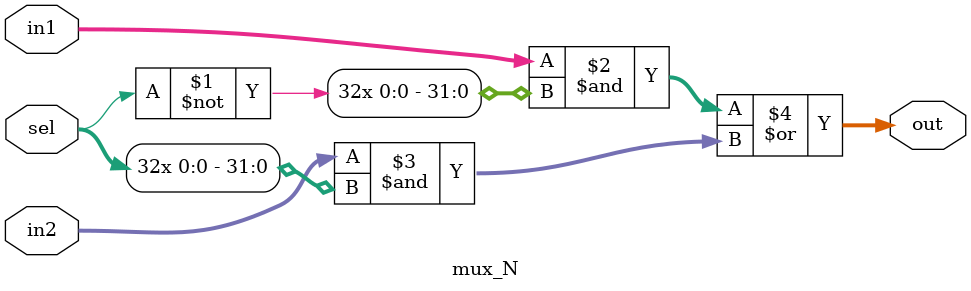
<source format=sv>
module mux2to1 (in1, in2, sel, out);
	input wire in1,in2,sel;
	output out;
	assign out=in1&~sel|in2&sel;
endmodule
module mux4 (in1, in2, sel, out);
	input wire [3:0]in1,in2;
	input wire  sel;
	output [3:0] out;
	mux2to1 entity_0 (.in1(in1[0]), .in2(in2[0]), .sel(sel), .out(out[0]));
	mux2to1 entity_1 (.in1(in1[1]), .in2(in2[1]), .sel(sel), .out(out[1]));
	mux2to1 entity_2 (.in1(in1[2]), .in2(in2[2]), .sel(sel), .out(out[2]));
	mux2to1 entity_3 (.in1(in1[3]), .in2(in2[3]), .sel(sel), .out(out[3]));
endmodule
module mux_N (in1, in2, sel, out);
	input wire [31:0] in1, in2;
	input wire sel;
	output wire [31:0] out;
	assign out=in1&{32{~sel}}|in2&{32{sel}};
endmodule

</source>
